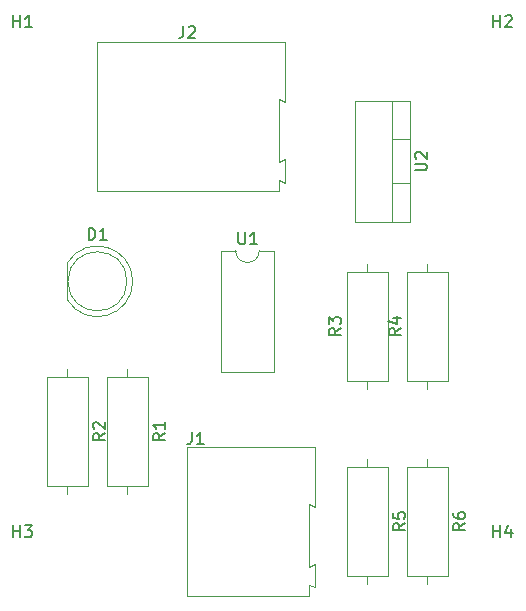
<source format=gbr>
%TF.GenerationSoftware,KiCad,Pcbnew,7.0.6*%
%TF.CreationDate,2023-07-13T12:44:31+01:00*%
%TF.ProjectId,med_assoc_lick_sens_addon,6d65645f-6173-4736-9f63-5f6c69636b5f,rev?*%
%TF.SameCoordinates,Original*%
%TF.FileFunction,Legend,Top*%
%TF.FilePolarity,Positive*%
%FSLAX46Y46*%
G04 Gerber Fmt 4.6, Leading zero omitted, Abs format (unit mm)*
G04 Created by KiCad (PCBNEW 7.0.6) date 2023-07-13 12:44:31*
%MOMM*%
%LPD*%
G01*
G04 APERTURE LIST*
%ADD10C,0.150000*%
%ADD11C,0.120000*%
G04 APERTURE END LIST*
D10*
X159116666Y-69934819D02*
X159116666Y-70649104D01*
X159116666Y-70649104D02*
X159069047Y-70791961D01*
X159069047Y-70791961D02*
X158973809Y-70887200D01*
X158973809Y-70887200D02*
X158830952Y-70934819D01*
X158830952Y-70934819D02*
X158735714Y-70934819D01*
X160116666Y-70934819D02*
X159545238Y-70934819D01*
X159830952Y-70934819D02*
X159830952Y-69934819D01*
X159830952Y-69934819D02*
X159735714Y-70077676D01*
X159735714Y-70077676D02*
X159640476Y-70172914D01*
X159640476Y-70172914D02*
X159545238Y-70220533D01*
X163068095Y-53004819D02*
X163068095Y-53814342D01*
X163068095Y-53814342D02*
X163115714Y-53909580D01*
X163115714Y-53909580D02*
X163163333Y-53957200D01*
X163163333Y-53957200D02*
X163258571Y-54004819D01*
X163258571Y-54004819D02*
X163449047Y-54004819D01*
X163449047Y-54004819D02*
X163544285Y-53957200D01*
X163544285Y-53957200D02*
X163591904Y-53909580D01*
X163591904Y-53909580D02*
X163639523Y-53814342D01*
X163639523Y-53814342D02*
X163639523Y-53004819D01*
X164639523Y-54004819D02*
X164068095Y-54004819D01*
X164353809Y-54004819D02*
X164353809Y-53004819D01*
X164353809Y-53004819D02*
X164258571Y-53147676D01*
X164258571Y-53147676D02*
X164163333Y-53242914D01*
X164163333Y-53242914D02*
X164068095Y-53290533D01*
X176804819Y-61126666D02*
X176328628Y-61459999D01*
X176804819Y-61698094D02*
X175804819Y-61698094D01*
X175804819Y-61698094D02*
X175804819Y-61317142D01*
X175804819Y-61317142D02*
X175852438Y-61221904D01*
X175852438Y-61221904D02*
X175900057Y-61174285D01*
X175900057Y-61174285D02*
X175995295Y-61126666D01*
X175995295Y-61126666D02*
X176138152Y-61126666D01*
X176138152Y-61126666D02*
X176233390Y-61174285D01*
X176233390Y-61174285D02*
X176281009Y-61221904D01*
X176281009Y-61221904D02*
X176328628Y-61317142D01*
X176328628Y-61317142D02*
X176328628Y-61698094D01*
X176138152Y-60269523D02*
X176804819Y-60269523D01*
X175757200Y-60507618D02*
X176471485Y-60745713D01*
X176471485Y-60745713D02*
X176471485Y-60126666D01*
X150391905Y-53644819D02*
X150391905Y-52644819D01*
X150391905Y-52644819D02*
X150630000Y-52644819D01*
X150630000Y-52644819D02*
X150772857Y-52692438D01*
X150772857Y-52692438D02*
X150868095Y-52787676D01*
X150868095Y-52787676D02*
X150915714Y-52882914D01*
X150915714Y-52882914D02*
X150963333Y-53073390D01*
X150963333Y-53073390D02*
X150963333Y-53216247D01*
X150963333Y-53216247D02*
X150915714Y-53406723D01*
X150915714Y-53406723D02*
X150868095Y-53501961D01*
X150868095Y-53501961D02*
X150772857Y-53597200D01*
X150772857Y-53597200D02*
X150630000Y-53644819D01*
X150630000Y-53644819D02*
X150391905Y-53644819D01*
X151915714Y-53644819D02*
X151344286Y-53644819D01*
X151630000Y-53644819D02*
X151630000Y-52644819D01*
X151630000Y-52644819D02*
X151534762Y-52787676D01*
X151534762Y-52787676D02*
X151439524Y-52882914D01*
X151439524Y-52882914D02*
X151344286Y-52930533D01*
X144018095Y-35624819D02*
X144018095Y-34624819D01*
X144018095Y-35101009D02*
X144589523Y-35101009D01*
X144589523Y-35624819D02*
X144589523Y-34624819D01*
X145589523Y-35624819D02*
X145018095Y-35624819D01*
X145303809Y-35624819D02*
X145303809Y-34624819D01*
X145303809Y-34624819D02*
X145208571Y-34767676D01*
X145208571Y-34767676D02*
X145113333Y-34862914D01*
X145113333Y-34862914D02*
X145018095Y-34910533D01*
X158416666Y-35534819D02*
X158416666Y-36249104D01*
X158416666Y-36249104D02*
X158369047Y-36391961D01*
X158369047Y-36391961D02*
X158273809Y-36487200D01*
X158273809Y-36487200D02*
X158130952Y-36534819D01*
X158130952Y-36534819D02*
X158035714Y-36534819D01*
X158845238Y-35630057D02*
X158892857Y-35582438D01*
X158892857Y-35582438D02*
X158988095Y-35534819D01*
X158988095Y-35534819D02*
X159226190Y-35534819D01*
X159226190Y-35534819D02*
X159321428Y-35582438D01*
X159321428Y-35582438D02*
X159369047Y-35630057D01*
X159369047Y-35630057D02*
X159416666Y-35725295D01*
X159416666Y-35725295D02*
X159416666Y-35820533D01*
X159416666Y-35820533D02*
X159369047Y-35963390D01*
X159369047Y-35963390D02*
X158797619Y-36534819D01*
X158797619Y-36534819D02*
X159416666Y-36534819D01*
X182244819Y-77636666D02*
X181768628Y-77969999D01*
X182244819Y-78208094D02*
X181244819Y-78208094D01*
X181244819Y-78208094D02*
X181244819Y-77827142D01*
X181244819Y-77827142D02*
X181292438Y-77731904D01*
X181292438Y-77731904D02*
X181340057Y-77684285D01*
X181340057Y-77684285D02*
X181435295Y-77636666D01*
X181435295Y-77636666D02*
X181578152Y-77636666D01*
X181578152Y-77636666D02*
X181673390Y-77684285D01*
X181673390Y-77684285D02*
X181721009Y-77731904D01*
X181721009Y-77731904D02*
X181768628Y-77827142D01*
X181768628Y-77827142D02*
X181768628Y-78208094D01*
X181244819Y-76779523D02*
X181244819Y-76969999D01*
X181244819Y-76969999D02*
X181292438Y-77065237D01*
X181292438Y-77065237D02*
X181340057Y-77112856D01*
X181340057Y-77112856D02*
X181482914Y-77208094D01*
X181482914Y-77208094D02*
X181673390Y-77255713D01*
X181673390Y-77255713D02*
X182054342Y-77255713D01*
X182054342Y-77255713D02*
X182149580Y-77208094D01*
X182149580Y-77208094D02*
X182197200Y-77160475D01*
X182197200Y-77160475D02*
X182244819Y-77065237D01*
X182244819Y-77065237D02*
X182244819Y-76874761D01*
X182244819Y-76874761D02*
X182197200Y-76779523D01*
X182197200Y-76779523D02*
X182149580Y-76731904D01*
X182149580Y-76731904D02*
X182054342Y-76684285D01*
X182054342Y-76684285D02*
X181816247Y-76684285D01*
X181816247Y-76684285D02*
X181721009Y-76731904D01*
X181721009Y-76731904D02*
X181673390Y-76779523D01*
X181673390Y-76779523D02*
X181625771Y-76874761D01*
X181625771Y-76874761D02*
X181625771Y-77065237D01*
X181625771Y-77065237D02*
X181673390Y-77160475D01*
X181673390Y-77160475D02*
X181721009Y-77208094D01*
X181721009Y-77208094D02*
X181816247Y-77255713D01*
X184658095Y-35624819D02*
X184658095Y-34624819D01*
X184658095Y-35101009D02*
X185229523Y-35101009D01*
X185229523Y-35624819D02*
X185229523Y-34624819D01*
X185658095Y-34720057D02*
X185705714Y-34672438D01*
X185705714Y-34672438D02*
X185800952Y-34624819D01*
X185800952Y-34624819D02*
X186039047Y-34624819D01*
X186039047Y-34624819D02*
X186134285Y-34672438D01*
X186134285Y-34672438D02*
X186181904Y-34720057D01*
X186181904Y-34720057D02*
X186229523Y-34815295D01*
X186229523Y-34815295D02*
X186229523Y-34910533D01*
X186229523Y-34910533D02*
X186181904Y-35053390D01*
X186181904Y-35053390D02*
X185610476Y-35624819D01*
X185610476Y-35624819D02*
X186229523Y-35624819D01*
X177164819Y-77636666D02*
X176688628Y-77969999D01*
X177164819Y-78208094D02*
X176164819Y-78208094D01*
X176164819Y-78208094D02*
X176164819Y-77827142D01*
X176164819Y-77827142D02*
X176212438Y-77731904D01*
X176212438Y-77731904D02*
X176260057Y-77684285D01*
X176260057Y-77684285D02*
X176355295Y-77636666D01*
X176355295Y-77636666D02*
X176498152Y-77636666D01*
X176498152Y-77636666D02*
X176593390Y-77684285D01*
X176593390Y-77684285D02*
X176641009Y-77731904D01*
X176641009Y-77731904D02*
X176688628Y-77827142D01*
X176688628Y-77827142D02*
X176688628Y-78208094D01*
X176164819Y-76731904D02*
X176164819Y-77208094D01*
X176164819Y-77208094D02*
X176641009Y-77255713D01*
X176641009Y-77255713D02*
X176593390Y-77208094D01*
X176593390Y-77208094D02*
X176545771Y-77112856D01*
X176545771Y-77112856D02*
X176545771Y-76874761D01*
X176545771Y-76874761D02*
X176593390Y-76779523D01*
X176593390Y-76779523D02*
X176641009Y-76731904D01*
X176641009Y-76731904D02*
X176736247Y-76684285D01*
X176736247Y-76684285D02*
X176974342Y-76684285D01*
X176974342Y-76684285D02*
X177069580Y-76731904D01*
X177069580Y-76731904D02*
X177117200Y-76779523D01*
X177117200Y-76779523D02*
X177164819Y-76874761D01*
X177164819Y-76874761D02*
X177164819Y-77112856D01*
X177164819Y-77112856D02*
X177117200Y-77208094D01*
X177117200Y-77208094D02*
X177069580Y-77255713D01*
X184658095Y-78804819D02*
X184658095Y-77804819D01*
X184658095Y-78281009D02*
X185229523Y-78281009D01*
X185229523Y-78804819D02*
X185229523Y-77804819D01*
X186134285Y-78138152D02*
X186134285Y-78804819D01*
X185896190Y-77757200D02*
X185658095Y-78471485D01*
X185658095Y-78471485D02*
X186277142Y-78471485D01*
X151764819Y-70016666D02*
X151288628Y-70349999D01*
X151764819Y-70588094D02*
X150764819Y-70588094D01*
X150764819Y-70588094D02*
X150764819Y-70207142D01*
X150764819Y-70207142D02*
X150812438Y-70111904D01*
X150812438Y-70111904D02*
X150860057Y-70064285D01*
X150860057Y-70064285D02*
X150955295Y-70016666D01*
X150955295Y-70016666D02*
X151098152Y-70016666D01*
X151098152Y-70016666D02*
X151193390Y-70064285D01*
X151193390Y-70064285D02*
X151241009Y-70111904D01*
X151241009Y-70111904D02*
X151288628Y-70207142D01*
X151288628Y-70207142D02*
X151288628Y-70588094D01*
X150860057Y-69635713D02*
X150812438Y-69588094D01*
X150812438Y-69588094D02*
X150764819Y-69492856D01*
X150764819Y-69492856D02*
X150764819Y-69254761D01*
X150764819Y-69254761D02*
X150812438Y-69159523D01*
X150812438Y-69159523D02*
X150860057Y-69111904D01*
X150860057Y-69111904D02*
X150955295Y-69064285D01*
X150955295Y-69064285D02*
X151050533Y-69064285D01*
X151050533Y-69064285D02*
X151193390Y-69111904D01*
X151193390Y-69111904D02*
X151764819Y-69683332D01*
X151764819Y-69683332D02*
X151764819Y-69064285D01*
X178039819Y-47751904D02*
X178849342Y-47751904D01*
X178849342Y-47751904D02*
X178944580Y-47704285D01*
X178944580Y-47704285D02*
X178992200Y-47656666D01*
X178992200Y-47656666D02*
X179039819Y-47561428D01*
X179039819Y-47561428D02*
X179039819Y-47370952D01*
X179039819Y-47370952D02*
X178992200Y-47275714D01*
X178992200Y-47275714D02*
X178944580Y-47228095D01*
X178944580Y-47228095D02*
X178849342Y-47180476D01*
X178849342Y-47180476D02*
X178039819Y-47180476D01*
X178135057Y-46751904D02*
X178087438Y-46704285D01*
X178087438Y-46704285D02*
X178039819Y-46609047D01*
X178039819Y-46609047D02*
X178039819Y-46370952D01*
X178039819Y-46370952D02*
X178087438Y-46275714D01*
X178087438Y-46275714D02*
X178135057Y-46228095D01*
X178135057Y-46228095D02*
X178230295Y-46180476D01*
X178230295Y-46180476D02*
X178325533Y-46180476D01*
X178325533Y-46180476D02*
X178468390Y-46228095D01*
X178468390Y-46228095D02*
X179039819Y-46799523D01*
X179039819Y-46799523D02*
X179039819Y-46180476D01*
X156844819Y-70016666D02*
X156368628Y-70349999D01*
X156844819Y-70588094D02*
X155844819Y-70588094D01*
X155844819Y-70588094D02*
X155844819Y-70207142D01*
X155844819Y-70207142D02*
X155892438Y-70111904D01*
X155892438Y-70111904D02*
X155940057Y-70064285D01*
X155940057Y-70064285D02*
X156035295Y-70016666D01*
X156035295Y-70016666D02*
X156178152Y-70016666D01*
X156178152Y-70016666D02*
X156273390Y-70064285D01*
X156273390Y-70064285D02*
X156321009Y-70111904D01*
X156321009Y-70111904D02*
X156368628Y-70207142D01*
X156368628Y-70207142D02*
X156368628Y-70588094D01*
X156844819Y-69064285D02*
X156844819Y-69635713D01*
X156844819Y-69349999D02*
X155844819Y-69349999D01*
X155844819Y-69349999D02*
X155987676Y-69445237D01*
X155987676Y-69445237D02*
X156082914Y-69540475D01*
X156082914Y-69540475D02*
X156130533Y-69635713D01*
X171724819Y-61126666D02*
X171248628Y-61459999D01*
X171724819Y-61698094D02*
X170724819Y-61698094D01*
X170724819Y-61698094D02*
X170724819Y-61317142D01*
X170724819Y-61317142D02*
X170772438Y-61221904D01*
X170772438Y-61221904D02*
X170820057Y-61174285D01*
X170820057Y-61174285D02*
X170915295Y-61126666D01*
X170915295Y-61126666D02*
X171058152Y-61126666D01*
X171058152Y-61126666D02*
X171153390Y-61174285D01*
X171153390Y-61174285D02*
X171201009Y-61221904D01*
X171201009Y-61221904D02*
X171248628Y-61317142D01*
X171248628Y-61317142D02*
X171248628Y-61698094D01*
X170724819Y-60793332D02*
X170724819Y-60174285D01*
X170724819Y-60174285D02*
X171105771Y-60507618D01*
X171105771Y-60507618D02*
X171105771Y-60364761D01*
X171105771Y-60364761D02*
X171153390Y-60269523D01*
X171153390Y-60269523D02*
X171201009Y-60221904D01*
X171201009Y-60221904D02*
X171296247Y-60174285D01*
X171296247Y-60174285D02*
X171534342Y-60174285D01*
X171534342Y-60174285D02*
X171629580Y-60221904D01*
X171629580Y-60221904D02*
X171677200Y-60269523D01*
X171677200Y-60269523D02*
X171724819Y-60364761D01*
X171724819Y-60364761D02*
X171724819Y-60650475D01*
X171724819Y-60650475D02*
X171677200Y-60745713D01*
X171677200Y-60745713D02*
X171629580Y-60793332D01*
X144018095Y-78804819D02*
X144018095Y-77804819D01*
X144018095Y-78281009D02*
X144589523Y-78281009D01*
X144589523Y-78804819D02*
X144589523Y-77804819D01*
X144970476Y-77804819D02*
X145589523Y-77804819D01*
X145589523Y-77804819D02*
X145256190Y-78185771D01*
X145256190Y-78185771D02*
X145399047Y-78185771D01*
X145399047Y-78185771D02*
X145494285Y-78233390D01*
X145494285Y-78233390D02*
X145541904Y-78281009D01*
X145541904Y-78281009D02*
X145589523Y-78376247D01*
X145589523Y-78376247D02*
X145589523Y-78614342D01*
X145589523Y-78614342D02*
X145541904Y-78709580D01*
X145541904Y-78709580D02*
X145494285Y-78757200D01*
X145494285Y-78757200D02*
X145399047Y-78804819D01*
X145399047Y-78804819D02*
X145113333Y-78804819D01*
X145113333Y-78804819D02*
X145018095Y-78757200D01*
X145018095Y-78757200D02*
X144970476Y-78709580D01*
D11*
%TO.C,J1*%
X158720000Y-71170000D02*
X158720000Y-83770000D01*
X158720000Y-83770000D02*
X169070000Y-83770000D01*
X169070000Y-75970000D02*
X169570000Y-76270000D01*
X169070000Y-81370000D02*
X169070000Y-75970000D01*
X169070000Y-82820000D02*
X169570000Y-83070000D01*
X169070000Y-83770000D02*
X169070000Y-82820000D01*
X169570000Y-71170000D02*
X158720000Y-71170000D01*
X169570000Y-76270000D02*
X169570000Y-71170000D01*
X169570000Y-81120000D02*
X169070000Y-81370000D01*
X169570000Y-81170000D02*
X169570000Y-81120000D01*
X169570000Y-83070000D02*
X169570000Y-81170000D01*
%TO.C,U1*%
X161580000Y-54550000D02*
X161580000Y-64830000D01*
X161580000Y-64830000D02*
X166080000Y-64830000D01*
X162830000Y-54550000D02*
X161580000Y-54550000D01*
X166080000Y-54550000D02*
X164830000Y-54550000D01*
X166080000Y-64830000D02*
X166080000Y-54550000D01*
X162830000Y-54550000D02*
G75*
G03*
X164830000Y-54550000I1000000J0D01*
G01*
%TO.C,R4*%
X179070000Y-66270000D02*
X179070000Y-65580000D01*
X177350000Y-65580000D02*
X180790000Y-65580000D01*
X180790000Y-65580000D02*
X180790000Y-56340000D01*
X177350000Y-56340000D02*
X177350000Y-65580000D01*
X180790000Y-56340000D02*
X177350000Y-56340000D01*
X179070000Y-55650000D02*
X179070000Y-56340000D01*
%TO.C,D1*%
X148570000Y-55605000D02*
X148570000Y-58695000D01*
X154119999Y-57150462D02*
G75*
G03*
X148570001Y-55605170I-2989999J462D01*
G01*
X148570000Y-58694830D02*
G75*
G03*
X154120000Y-57149538I2560000J1544830D01*
G01*
X153630000Y-57150000D02*
G75*
G03*
X153630000Y-57150000I-2500000J0D01*
G01*
%TO.C,J2*%
X151100000Y-36880000D02*
X151100000Y-49480000D01*
X151100000Y-49480000D02*
X166500000Y-49480000D01*
X166500000Y-41680000D02*
X167000000Y-41930000D01*
X166500000Y-47080000D02*
X166500000Y-41680000D01*
X166500000Y-48530000D02*
X167000000Y-48830000D01*
X166500000Y-49480000D02*
X166500000Y-48530000D01*
X167000000Y-36880000D02*
X151100000Y-36880000D01*
X167000000Y-41930000D02*
X167000000Y-36880000D01*
X167000000Y-46830000D02*
X166500000Y-47080000D01*
X167000000Y-48830000D02*
X167000000Y-46830000D01*
%TO.C,R6*%
X179070000Y-72160000D02*
X179070000Y-72850000D01*
X180790000Y-72850000D02*
X177350000Y-72850000D01*
X177350000Y-72850000D02*
X177350000Y-82090000D01*
X180790000Y-82090000D02*
X180790000Y-72850000D01*
X177350000Y-82090000D02*
X180790000Y-82090000D01*
X179070000Y-82780000D02*
X179070000Y-82090000D01*
%TO.C,R5*%
X173990000Y-72160000D02*
X173990000Y-72850000D01*
X175710000Y-72850000D02*
X172270000Y-72850000D01*
X172270000Y-72850000D02*
X172270000Y-82090000D01*
X175710000Y-82090000D02*
X175710000Y-72850000D01*
X172270000Y-82090000D02*
X175710000Y-82090000D01*
X173990000Y-82780000D02*
X173990000Y-82090000D01*
%TO.C,R2*%
X148590000Y-64540000D02*
X148590000Y-65230000D01*
X150310000Y-65230000D02*
X146870000Y-65230000D01*
X146870000Y-65230000D02*
X146870000Y-74470000D01*
X150310000Y-74470000D02*
X150310000Y-65230000D01*
X146870000Y-74470000D02*
X150310000Y-74470000D01*
X148590000Y-75160000D02*
X148590000Y-74470000D01*
%TO.C,U2*%
X177585000Y-41870000D02*
X172944000Y-41870000D01*
X177585000Y-41870000D02*
X177585000Y-52110000D01*
X176075000Y-41870000D02*
X176075000Y-52110000D01*
X172944000Y-41870000D02*
X172944000Y-52110000D01*
X177585000Y-45140000D02*
X176075000Y-45140000D01*
X177585000Y-48841000D02*
X176075000Y-48841000D01*
X177585000Y-52110000D02*
X172944000Y-52110000D01*
%TO.C,R1*%
X153670000Y-64540000D02*
X153670000Y-65230000D01*
X155390000Y-65230000D02*
X151950000Y-65230000D01*
X151950000Y-65230000D02*
X151950000Y-74470000D01*
X155390000Y-74470000D02*
X155390000Y-65230000D01*
X151950000Y-74470000D02*
X155390000Y-74470000D01*
X153670000Y-75160000D02*
X153670000Y-74470000D01*
%TO.C,R3*%
X173990000Y-66270000D02*
X173990000Y-65580000D01*
X172270000Y-65580000D02*
X175710000Y-65580000D01*
X175710000Y-65580000D02*
X175710000Y-56340000D01*
X172270000Y-56340000D02*
X172270000Y-65580000D01*
X175710000Y-56340000D02*
X172270000Y-56340000D01*
X173990000Y-55650000D02*
X173990000Y-56340000D01*
%TD*%
M02*

</source>
